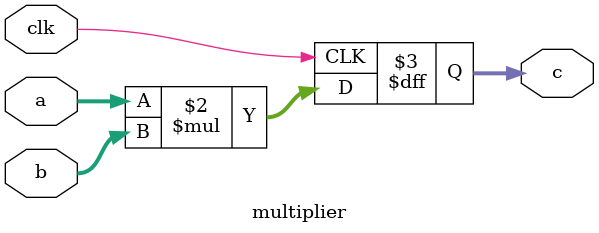
<source format=v>
`timescale 1ns / 1ps


module multiplier #(parameter length = 16)(
    input   wire    clk,
    input   wire    [length-1:0]a,
    input   wire    [length-1:0]b,
    output  reg     [length-1:0]c
    );
    
    always@(posedge clk)begin
        c <= a * b;
    end
    
endmodule

</source>
